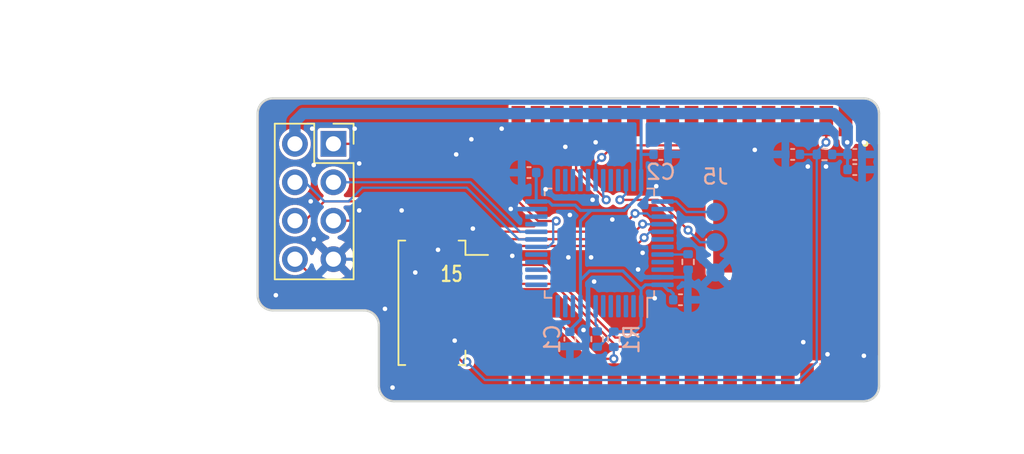
<source format=kicad_pcb>
(kicad_pcb (version 20241229) (generator "pcbnew") (generator_version "9.0")
  (layers (0 "F.Cu" signal) (4 "In1.Cu" signal) (6 "In2.Cu" signal) (2 "B.Cu" signal) (13 "F.Paste" user) (15 "B.Paste" user) (5 "F.SilkS" user "F.Silkscreen") (7 "B.SilkS" user "B.Silkscreen") (1 "F.Mask" user) (3 "B.Mask" user) (25 "Edge.Cuts" user))
  (net 0 "")
  (net 1 "Net-(U3-NRST)")
  (net 2 "Net-(U3-BOOT0)")
  (net 28 "GND")
  (net 29 "3V3")
  (net 30 "ESPEN")
  (net 31 "ESPRST")
  (net 32 "ESPRX")
  (net 35 "ESPTX")
  (net 36 "STMTX")
  (net 37 "STMRX")
  (net 38 "SWDIO")
  (net 39 "SWDCLK")
  (net 51 "P0")
  (net 52 "P1")
  (net 53 "P2")
  (net 54 "P3")
  (net 55 "P4")
  (net 56 "P5")
  (net 57 "P6")
  (net 58 "P7")
  (net 59 "P8")
  (net 60 "P9")
  (net 61 "P10")
  (net 62 "P11")
  (net 63 "P12")
  (net 64 "P13")
  (net 65 "P14")
  (net 66 "P15")
  (footprint "esp32-wrover:XCVR_ESP32-WROVER" (layer "F.Cu") (at -2.2 1 -90)
    (property "Reference" "U1" (hide yes))
    (property "Value" "ESP32-WROVER")
    (fp_circle (center -7 -8.3) (end -6.9 -8.3) (stroke (width 0.2)) (fill no) (layer "F.SilkS"))
    (pad "1" smd rect (at -8.500001 -8.26 270) (size 2 0.9) (layers "F.Cu" "F.Mask" "F.Paste") (net 28 "GND"))
    (pad "2" smd rect (at -8.5 -6.99 270) (size 2 0.9) (layers "F.Cu" "F.Mask" "F.Paste") (net 29 "3V3"))
    (pad "3" smd rect (at -8.5 -5.72 270) (size 2 0.9) (layers "F.Cu" "F.Mask" "F.Paste") (net 30 "ESPEN"))
    (pad "4" smd rect (at -8.5 -4.45 270) (size 2 0.9) (layers "F.Cu" "F.Mask" "F.Paste"))
    (pad "5" smd rect (at -8.5 -3.18 270) (size 2 0.9) (layers "F.Cu" "F.Mask" "F.Paste"))
    (pad "6" smd rect (at -8.500001 -1.91 270) (size 2 0.9) (layers "F.Cu" "F.Mask" "F.Paste"))
    (pad "7" smd rect (at -8.5 -0.64 270) (size 2 0.9) (layers "F.Cu" "F.Mask" "F.Paste") (net 36 "STMTX"))
    (pad "8" smd rect (at -8.5 0.63 270) (size 2 0.9) (layers "F.Cu" "F.Mask" "F.Paste"))
    (pad "9" smd rect (at -8.500001 1.9 270) (size 2 0.9) (layers "F.Cu" "F.Mask" "F.Paste"))
    (pad "10" smd rect (at -8.5 3.17 270) (size 2 0.9) (layers "F.Cu" "F.Mask" "F.Paste"))
    (pad "11" smd rect (at -8.500001 4.44 270) (size 2 0.9) (layers "F.Cu" "F.Mask" "F.Paste"))
    (pad "12" smd rect (at -8.5 5.71 270) (size 2 0.9) (layers "F.Cu" "F.Mask" "F.Paste"))
    (pad "13" smd rect (at -8.5 6.98 270) (size 2 0.9) (layers "F.Cu" "F.Mask" "F.Paste"))
    (pad "14" smd rect (at -8.500001 8.25 270) (size 2 0.9) (layers "F.Cu" "F.Mask" "F.Paste"))
    (pad "15" smd rect (at -8.5 9.52 270) (size 2 0.9) (layers "F.Cu" "F.Mask" "F.Paste") (net 28 "GND"))
    (pad "16" smd rect (at -8.5 10.79 270) (size 2 0.9) (layers "F.Cu" "F.Mask" "F.Paste") (net 37 "STMRX"))
    (pad "17" smd rect (at -8.5 12.06 270) (size 2 0.9) (layers "F.Cu" "F.Mask" "F.Paste"))
    (pad "18" smd rect (at -8.5 13.33 270) (size 2 0.9) (layers "F.Cu" "F.Mask" "F.Paste"))
    (pad "19" smd rect (at -8.500001 14.6 270) (size 2 0.9) (layers "F.Cu" "F.Mask" "F.Paste"))
    (pad "20" smd rect (at 8.5 14.600001 270) (size 2 0.9) (layers "F.Cu" "F.Mask" "F.Paste"))
    (pad "21" smd rect (at 8.499999 13.329999 270) (size 2 0.9) (layers "F.Cu" "F.Mask" "F.Paste"))
    (pad "22" smd rect (at 8.500001 12.059999 270) (size 2 0.9) (layers "F.Cu" "F.Mask" "F.Paste"))
    (pad "23" smd rect (at 8.5 10.79 270) (size 2 0.9) (layers "F.Cu" "F.Mask" "F.Paste"))
    (pad "24" smd rect (at 8.5 9.52 270) (size 2 0.9) (layers "F.Cu" "F.Mask" "F.Paste"))
    (pad "25" smd rect (at 8.500001 8.25 270) (size 2 0.9) (layers "F.Cu" "F.Mask" "F.Paste") (net 31 "ESPRST"))
    (pad "26" smd rect (at 8.5 6.98 270) (size 2 0.9) (layers "F.Cu" "F.Mask" "F.Paste"))
    (pad "27" smd rect (at 8.5 5.71 270) (size 2 0.9) (layers "F.Cu" "F.Mask" "F.Paste"))
    (pad "28" smd rect (at 8.500001 4.44 270) (size 2 0.9) (layers "F.Cu" "F.Mask" "F.Paste"))
    (pad "29" smd rect (at 8.5 3.17 270) (size 2 0.9) (layers "F.Cu" "F.Mask" "F.Paste"))
    (pad "30" smd rect (at 8.500001 1.9 270) (size 2 0.9) (layers "F.Cu" "F.Mask" "F.Paste"))
    (pad "31" smd rect (at 8.5 0.63 270) (size 2 0.9) (layers "F.Cu" "F.Mask" "F.Paste"))
    (pad "32" smd rect (at 8.5 -0.64 270) (size 2 0.9) (layers "F.Cu" "F.Mask" "F.Paste"))
    (pad "33" smd rect (at 8.500001 -1.91 270) (size 2 0.9) (layers "F.Cu" "F.Mask" "F.Paste"))
    (pad "34" smd rect (at 8.5 -3.18 270) (size 2 0.9) (layers "F.Cu" "F.Mask" "F.Paste") (net 32 "ESPRX"))
    (pad "35" smd rect (at 8.5 -4.45 270) (size 2 0.9) (layers "F.Cu" "F.Mask" "F.Paste") (net 35 "ESPTX"))
    (pad "36" smd rect (at 8.5 -5.72 270) (size 2 0.9) (layers "F.Cu" "F.Mask" "F.Paste"))
    (pad "37" smd rect (at 8.5 -6.99 270) (size 2 0.9) (layers "F.Cu" "F.Mask" "F.Paste"))
    (pad "38" smd rect (at 8.500001 -8.26 270) (size 2 0.9) (layers "F.Cu" "F.Mask" "F.Paste") (net 28 "GND"))
    (pad "39" smd rect (at -1 -0.76 270) (size 5 5) (layers "F.Cu" "F.Mask") (net 28 "GND"))
  )
  (footprint "Connector_Molex:Molex_PicoBlade_53261-0571_1x05-1MP_P1.25mm_Horizontal" (layer "F.Cu") (at -22 4.5 -90)
    (property "Reference" "J2" (hide yes))
    (property "Value" "Conn_01x05_Male")
    (fp_line (start -4.11 2.71) (end 4.11 2.71) (stroke (width 0.12)) (layer "F.SilkS"))
    (fp_line (start 4.11 2.71) (end 4.11 2.26) (stroke (width 0.12)) (layer "F.SilkS"))
    (fp_line (start -4.11 2.26) (end -4.11 2.71) (stroke (width 0.12)) (layer "F.SilkS"))
    (fp_line (start -4.11 -1.26) (end -4.11 -1.71) (stroke (width 0.12)) (layer "F.SilkS"))
    (fp_line (start 4.11 -1.26) (end 4.11 -1.71) (stroke (width 0.12)) (layer "F.SilkS"))
    (fp_line (start -4.11 -1.71) (end -3.16 -1.71) (stroke (width 0.12)) (layer "F.SilkS"))
    (fp_line (start -3.16 -1.71) (end -3.16 -3.2) (stroke (width 0.12)) (layer "F.SilkS"))
    (fp_line (start 4.11 -1.71) (end 3.16 -1.71) (stroke (width 0.12)) (layer "F.SilkS"))
    (pad "1" smd roundrect (at -2.5 -2.4 270) (size 0.8 1.6) (layers "F.Cu" "F.Mask" "F.Paste") (net 35 "ESPTX"))
    (pad "2" smd roundrect (at -1.25 -2.4 270) (size 0.8 1.6) (layers "F.Cu" "F.Mask" "F.Paste") (net 32 "ESPRX"))
    (pad "3" smd roundrect (at 0 -2.4 270) (size 0.8 1.6) (layers "F.Cu" "F.Mask" "F.Paste") (net 30 "ESPEN"))
    (pad "4" smd roundrect (at 1.25 -2.4 270) (size 0.8 1.6) (layers "F.Cu" "F.Mask" "F.Paste") (net 31 "ESPRST"))
    (pad "5" smd roundrect (at 2.5 -2.4 270) (size 0.8 1.6) (layers "F.Cu" "F.Mask" "F.Paste") (net 28 "GND"))
    (pad "MP" smd roundrect (at -5.05 0.5 270) (size 2.1 3) (layers "F.Cu" "F.Mask" "F.Paste") (roundrect_rratio 0.1190471429))
    (pad "MP" smd roundrect (at 5.05 0.5 270) (size 2.1 3) (layers "F.Cu" "F.Mask" "F.Paste") (roundrect_rratio 0.1190471429))
  )
  (footprint "Connector_PinSocket_2.54mm:PinSocket_2x04_P2.54mm_Vertical" (layer "F.Cu") (at -29 -6)
    (property "Reference" "J1" (hide yes))
    (property "Value" "Conn_02x04_Odd_Even")
    (fp_line (start -3.87 -1.33) (end -3.87 8.95) (stroke (width 0.12)) (layer "F.SilkS"))
    (fp_line (start -3.87 -1.33) (end -1.27 -1.33) (stroke (width 0.12)) (layer "F.SilkS"))
    (fp_line (start -3.87 8.95) (end 1.33 8.95) (stroke (width 0.12)) (layer "F.SilkS"))
    (fp_line (start -1.27 -1.33) (end -1.27 1.27) (stroke (width 0.12)) (layer "F.SilkS"))
    (fp_line (start -1.27 1.27) (end 1.33 1.27) (stroke (width 0.12)) (layer "F.SilkS"))
    (fp_line (start 0 -1.33) (end 1.33 -1.33) (stroke (width 0.12)) (layer "F.SilkS"))
    (fp_line (start 1.33 -1.33) (end 1.33 0) (stroke (width 0.12)) (layer "F.SilkS"))
    (fp_line (start 1.33 1.27) (end 1.33 8.95) (stroke (width 0.12)) (layer "F.SilkS"))
    (pad "1" thru_hole rect (at 0 0) (size 1.7 1.7) (drill 1) (layers "*.Cu" "*.Mask") (net 51 "P0"))
    (pad "2" thru_hole circle (at -2.54 0) (size 1.7 1.7) (drill 1) (layers "*.Cu" "*.Mask") (net 29 "3V3"))
    (pad "3" thru_hole circle (at 0 2.54) (size 1.7 1.7) (drill 1) (layers "*.Cu" "*.Mask") (net 53 "P2"))
    (pad "4" thru_hole circle (at -2.54 2.54) (size 1.7 1.7) (drill 1) (layers "*.Cu" "*.Mask") (net 52 "P1"))
    (pad "5" thru_hole circle (at 0 5.08) (size 1.7 1.7) (drill 1) (layers "*.Cu" "*.Mask") (net 55 "P4"))
    (pad "6" thru_hole circle (at -2.54 5.08) (size 1.7 1.7) (drill 1) (layers "*.Cu" "*.Mask") (net 54 "P3"))
    (pad "7" thru_hole circle (at 0 7.62) (size 1.7 1.7) (drill 1) (layers "*.Cu" "*.Mask") (net 28 "GND"))
    (pad "8" thru_hole circle (at -2.54 7.62) (size 1.7 1.7) (drill 1) (layers "*.Cu" "*.Mask") (net 56 "P5"))
  )
  (footprint "Capacitor_SMD:C_0402_1005Metric" (layer "B.Cu") (at 5.4 -4.3)
    (property "Reference" "C5" (hide yes))
    (property "Value" "100nF")
    (fp_line (start -0.107836 -0.36) (end 0.107836 -0.36) (stroke (width 0.12)) (layer "B.SilkS"))
    (fp_line (start -0.107836 0.36) (end 0.107836 0.36) (stroke (width 0.12)) (layer "B.SilkS"))
    (pad "1" smd roundrect (at -0.48 0) (size 0.56 0.62) (layers "B.Cu" "B.Mask" "B.Paste") (net 29 "3V3"))
    (pad "2" smd roundrect (at 0.48 0) (size 0.56 0.62) (layers "B.Cu" "B.Mask" "B.Paste") (net 28 "GND"))
  )
  (footprint "Capacitor_SMD:C_0402_1005Metric" (layer "B.Cu") (at -6.1 4.3)
    (property "Reference" "C8" (hide yes))
    (property "Value" "100nF")
    (fp_line (start -0.107836 -0.36) (end 0.107836 -0.36) (stroke (width 0.12)) (layer "B.SilkS"))
    (fp_line (start -0.107836 0.36) (end 0.107836 0.36) (stroke (width 0.12)) (layer "B.SilkS"))
    (pad "1" smd roundrect (at -0.48 0) (size 0.56 0.62) (layers "B.Cu" "B.Mask" "B.Paste") (net 29 "3V3"))
    (pad "2" smd roundrect (at 0.48 0) (size 0.56 0.62) (layers "B.Cu" "B.Mask" "B.Paste") (net 28 "GND"))
  )
  (footprint "Resistor_SMD:R_0402_1005Metric" (layer "B.Cu") (at 3.4 -5.3 180)
    (property "Reference" "R5" (hide yes))
    (property "Value" "10k")
    (fp_line (start -0.153641 0.38) (end 0.153641 0.38) (stroke (width 0.12)) (layer "B.SilkS"))
    (fp_line (start -0.153641 -0.38) (end 0.153641 -0.38) (stroke (width 0.12)) (layer "B.SilkS"))
    (pad "1" smd roundrect (at -0.51 0 180) (size 0.54 0.64) (layers "B.Cu" "B.Mask" "B.Paste") (net 29 "3V3"))
    (pad "2" smd roundrect (at 0.51 0 180) (size 0.54 0.64) (layers "B.Cu" "B.Mask" "B.Paste") (net 30 "ESPEN"))
  )
  (footprint "Resistor_SMD:R_0402_1005Metric" (layer "B.Cu") (at -11.6 6.9 -90)
    (property "Reference" "R6" (hide yes))
    (property "Value" "10k")
    (fp_line (start -0.153641 0.38) (end 0.153641 0.38) (stroke (width 0.12)) (layer "B.SilkS"))
    (fp_line (start -0.153641 -0.38) (end 0.153641 -0.38) (stroke (width 0.12)) (layer "B.SilkS"))
    (pad "1" smd roundrect (at -0.509999 0 270) (size 0.54 0.64) (layers "B.Cu" "B.Mask" "B.Paste") (net 1 "Net-(U3-NRST)"))
    (pad "2" smd roundrect (at 0.509999 0 270) (size 0.54 0.64) (layers "B.Cu" "B.Mask" "B.Paste") (net 29 "3V3"))
  )
  (footprint "Capacitor_SMD:C_0402_1005Metric" (layer "B.Cu") (at 5.4 -5.3)
    (property "Reference" "C9" (hide yes))
    (property "Value" "1uF")
    (fp_line (start -0.107836 -0.36) (end 0.107836 -0.36) (stroke (width 0.12)) (layer "B.SilkS"))
    (fp_line (start -0.107836 0.36) (end 0.107836 0.36) (stroke (width 0.12)) (layer "B.SilkS"))
    (pad "1" smd roundrect (at -0.48 0) (size 0.56 0.62) (layers "B.Cu" "B.Mask" "B.Paste") (net 29 "3V3"))
    (pad "2" smd roundrect (at 0.48 0) (size 0.56 0.62) (layers "B.Cu" "B.Mask" "B.Paste") (net 28 "GND"))
  )
  (footprint "Capacitor_SMD:C_0402_1005Metric" (layer "B.Cu") (at -16.1 -4.1 180)
    (property "Reference" "C10" (hide yes))
    (property "Value" "1uF")
    (fp_line (start -0.107836 0.36) (end 0.107836 0.36) (stroke (width 0.12)) (layer "B.SilkS"))
    (fp_line (start -0.107836 -0.36) (end 0.107836 -0.36) (stroke (width 0.12)) (layer "B.SilkS"))
    (pad "1" smd roundrect (at -0.48 0 180) (size 0.56 0.62) (layers "B.Cu" "B.Mask" "B.Paste") (net 29 "3V3"))
    (pad "2" smd roundrect (at 0.48 0 180) (size 0.56 0.62) (layers "B.Cu" "B.Mask" "B.Paste") (net 28 "GND"))
  )
  (footprint "Capacitor_SMD:C_0402_1005Metric" (layer "B.Cu") (at 1.3 -5.3 180)
    (property "Reference" "C7" (hide yes))
    (property "Value" "1uF")
    (fp_line (start -0.107836 0.36) (end 0.107836 0.36) (stroke (width 0.12)) (layer "B.SilkS"))
    (fp_line (start -0.107836 -0.36) (end 0.107836 -0.36) (stroke (width 0.12)) (layer "B.SilkS"))
    (pad "1" smd roundrect (at -0.48 0 180) (size 0.56 0.62) (layers "B.Cu" "B.Mask" "B.Paste") (net 30 "ESPEN"))
    (pad "2" smd roundrect (at 0.48 0 180) (size 0.56 0.62) (layers "B.Cu" "B.Mask" "B.Paste") (net 28 "GND"))
  )
  (footprint "Resistor_SMD:R_0402_1005Metric" (layer "B.Cu") (at -5.6 1.8 -90)
    (property "Reference" "R7" (hide yes))
    (property "Value" "10k")
    (fp_line (start -0.153641 0.38) (end 0.153641 0.38) (stroke (width 0.12)) (layer "B.SilkS"))
    (fp_line (start -0.153641 -0.38) (end 0.153641 -0.38) (stroke (width 0.12)) (layer "B.SilkS"))
    (pad "1" smd roundrect (at -0.509999 0 270) (size 0.54 0.64) (layers "B.Cu" "B.Mask" "B.Paste") (net 2 "Net-(U3-BOOT0)"))
    (pad "2" smd roundrect (at 0.509999 0 270) (size 0.54 0.64) (layers "B.Cu" "B.Mask" "B.Paste") (net 28 "GND"))
  )
  (footprint "Connector_PinHeader_2.54mm:PinHeader_1x03_P2.54mm_Vertical" (layer "B.Cu") (at -3.8 -1.5 180)
    (property "Reference" "J5" (at 0 2.33 0) (layer "B.SilkS") (effects (justify mirror)))
    (property "Value" "Conn_01x03_Male")
    (pad "1" smd circle (at 0 0 180) (size 1.2 1.2) (layers "B.Cu" "B.Mask" "B.Paste") (net 39 "SWDCLK"))
    (pad "2" smd circle (at 0 -2.000001 180) (size 1.2 1.2) (layers "B.Cu" "B.Mask" "B.Paste") (net 38 "SWDIO"))
    (pad "3" smd circle (at 0 -4 180) (size 1.2 1.2) (layers "B.Cu" "B.Mask" "B.Paste") (net 28 "GND"))
  )
  (footprint "Package_QFP:LQFP-48_7x7mm_P0.5mm" (layer "B.Cu") (at -11.45 0.5625 90)
    (property "Reference" "U3" (hide yes))
    (property "Value" "STM32F030C8Tx")
    (fp_line (start 3.61 -3.61) (end 3.61 -3.16) (stroke (width 0.12)) (layer "B.SilkS"))
    (fp_line (start 3.16 -3.61) (end 3.61 -3.61) (stroke (width 0.12)) (layer "B.SilkS"))
    (fp_line (start -3.16 -3.61) (end -3.61 -3.61) (stroke (width 0.12)) (layer "B.SilkS"))
    (fp_line (start -3.61 -3.61) (end -3.61 -3.16) (stroke (width 0.12)) (layer "B.SilkS"))
    (fp_line (start -3.61 3.16) (end -4.9 3.16) (stroke (width 0.12)) (layer "B.SilkS"))
    (fp_line (start 3.61 3.61) (end 3.61 3.16) (stroke (width 0.12)) (layer "B.SilkS"))
    (fp_line (start 3.16 3.61) (end 3.61 3.61) (stroke (width 0.12)) (layer "B.SilkS"))
    (fp_line (start -3.16 3.61) (end -3.61 3.61) (stroke (width 0.12)) (layer "B.SilkS"))
    (fp_line (start -3.61 3.61) (end -3.61 3.16) (stroke (width 0.12)) (layer "B.SilkS"))
    (pad "1" smd roundrect (at -4.1625 2.75 90) (size 1.475 0.3) (layers "B.Cu" "B.Mask" "B.Paste") (net 29 "3V3"))
    (pad "2" smd roundrect (at -4.1625 2.25 90) (size 1.475 0.3) (layers "B.Cu" "B.Mask" "B.Paste"))
    (pad "3" smd roundrect (at -4.1625 1.75 90) (size 1.475 0.3) (layers "B.Cu" "B.Mask" "B.Paste"))
    (pad "4" smd roundrect (at -4.1625 1.249999 90) (size 1.475 0.3) (layers "B.Cu" "B.Mask" "B.Paste"))
    (pad "5" smd roundrect (at -4.1625 0.75 90) (size 1.475 0.3) (layers "B.Cu" "B.Mask" "B.Paste"))
    (pad "6" smd roundrect (at -4.1625 0.25 90) (size 1.475 0.3) (layers "B.Cu" "B.Mask" "B.Paste"))
    (pad "7" smd roundrect (at -4.1625 -0.25 90) (size 1.475 0.3) (layers "B.Cu" "B.Mask" "B.Paste") (net 1 "Net-(U3-NRST)"))
    (pad "8" smd roundrect (at -4.1625 -0.75 90) (size 1.475 0.3) (layers "B.Cu" "B.Mask" "B.Paste") (net 28 "GND"))
    (pad "9" smd roundrect (at -4.1625 -1.249999 90) (size 1.475 0.3) (layers "B.Cu" "B.Mask" "B.Paste") (net 29 "3V3"))
    (pad "10" smd roundrect (at -4.1625 -1.75 90) (size 1.475 0.3) (layers "B.Cu" "B.Mask" "B.Paste"))
    (pad "11" smd roundrect (at -4.1625 -2.25 90) (size 1.475 0.3) (layers "B.Cu" "B.Mask" "B.Paste"))
    (pad "12" smd roundrect (at -4.1625 -2.75 90) (size 1.475 0.3) (layers "B.Cu" "B.Mask" "B.Paste"))
    (pad "13" smd roundrect (at -2.75 -4.1625 90) (size 0.3 1.475) (layers "B.Cu" "B.Mask" "B.Paste"))
    (pad "14" smd roundrect (at -2.25 -4.1625 90) (size 0.3 1.475) (layers "B.Cu" "B.Mask" "B.Paste"))
    (pad "15" smd roundrect (at -1.75 -4.1625 90) (size 0.3 1.475) (layers "B.Cu" "B.Mask" "B.Paste"))
    (pad "16" smd roundrect (at -1.249999 -4.1625 90) (size 0.3 1.475) (layers "B.Cu" "B.Mask" "B.Paste"))
    (pad "17" smd roundrect (at -0.75 -4.1625 90) (size 0.3 1.475) (layers "B.Cu" "B.Mask" "B.Paste"))
    (pad "18" smd roundrect (at -0.25 -4.1625 90) (size 0.3 1.475) (layers "B.Cu" "B.Mask" "B.Paste") (net 51 "P0"))
    (pad "19" smd roundrect (at 0.25 -4.1625 90) (size 0.3 1.475) (layers "B.Cu" "B.Mask" "B.Paste") (net 52 "P1"))
    (pad "20" smd roundrect (at 0.75 -4.1625 90) (size 0.3 1.475) (layers "B.Cu" "B.Mask" "B.Paste") (net 53 "P2"))
    (pad "21" smd roundrect (at 1.249999 -4.1625 90) (size 0.3 1.475) (layers "B.Cu" "B.Mask" "B.Paste") (net 61 "P10"))
    (pad "22" smd roundrect (at 1.75 -4.1625 90) (size 0.3 1.475) (layers "B.Cu" "B.Mask" "B.Paste") (net 62 "P11"))
    (pad "23" smd roundrect (at 2.25 -4.1625 90) (size 0.3 1.475) (layers "B.Cu" "B.Mask" "B.Paste") (net 28 "GND"))
    (pad "24" smd roundrect (at 2.75 -4.1625 90) (size 0.3 1.475) (layers "B.Cu" "B.Mask" "B.Paste") (net 29 "3V3"))
    (pad "25" smd roundrect (at 4.1625 -2.75 90) (size 1.475 0.3) (layers "B.Cu" "B.Mask" "B.Paste") (net 63 "P12"))
    (pad "26" smd roundrect (at 4.1625 -2.25 90) (size 1.475 0.3) (layers "B.Cu" "B.Mask" "B.Paste") (net 64 "P13"))
    (pad "27" smd roundrect (at 4.1625 -1.75 90) (size 1.475 0.3) (layers "B.Cu" "B.Mask" "B.Paste") (net 65 "P14"))
    (pad "28" smd roundrect (at 4.1625 -1.249999 90) (size 1.475 0.3) (layers "B.Cu" "B.Mask" "B.Paste") (net 66 "P15"))
    (pad "29" smd roundrect (at 4.1625 -0.75 90) (size 1.475 0.3) (layers "B.Cu" "B.Mask" "B.Paste"))
    (pad "30" smd roundrect (at 4.1625 -0.25 90) (size 1.475 0.3) (layers "B.Cu" "B.Mask" "B.Paste") (net 36 "STMTX"))
    (pad "31" smd roundrect (at 4.1625 0.25 90) (size 1.475 0.3) (layers "B.Cu" "B.Mask" "B.Paste") (net 37 "STMRX"))
    (pad "32" smd roundrect (at 4.1625 0.75 90) (size 1.475 0.3) (layers "B.Cu" "B.Mask" "B.Paste"))
    (pad "33" smd roundrect (at 4.1625 1.249999 90) (size 1.475 0.3) (layers "B.Cu" "B.Mask" "B.Paste"))
    (pad "34" smd roundrect (at 4.1625 1.75 90) (size 1.475 0.3) (layers "B.Cu" "B.Mask" "B.Paste") (net 38 "SWDIO"))
    (pad "35" smd roundrect (at 4.1625 2.25 90) (size 1.475 0.3) (layers "B.Cu" "B.Mask" "B.Paste") (net 28 "GND"))
    (pad "36" smd roundrect (at 4.1625 2.75 90) (size 1.475 0.3) (layers "B.Cu" "B.Mask" "B.Paste") (net 29 "3V3"))
    (pad "37" smd roundrect (at 2.75 4.1625 90) (size 0.3 1.475) (layers "B.Cu" "B.Mask" "B.Paste") (net 39 "SWDCLK"))
    (pad "38" smd roundrect (at 2.25 4.1625 90) (size 0.3 1.475) (layers "B.Cu" "B.Mask" "B.Paste"))
    (pad "39" smd roundrect (at 1.75 4.1625 90) (size 0.3 1.475) (layers "B.Cu" "B.Mask" "B.Paste") (net 54 "P3"))
    (pad "40" smd roundrect (at 1.249999 4.1625 90) (size 0.3 1.475) (layers "B.Cu" "B.Mask" "B.Paste") (net 55 "P4"))
    (pad "41" smd roundrect (at 0.75 4.1625 90) (size 0.3 1.475) (layers "B.Cu" "B.Mask" "B.Paste") (net 56 "P5"))
    (pad "42" smd roundrect (at 0.25 4.1625 90) (size 0.3 1.475) (layers "B.Cu" "B.Mask" "B.Paste") (net 57 "P6"))
    (pad "43" smd roundrect (at -0.25 4.1625 90) (size 0.3 1.475) (layers "B.Cu" "B.Mask" "B.Paste") (net 58 "P7"))
    (pad "44" smd roundrect (at -0.75 4.1625 90) (size 0.3 1.475) (layers "B.Cu" "B.Mask" "B.Paste") (net 2 "Net-(U3-BOOT0)"))
    (pad "45" smd roundrect (at -1.249999 4.1625 90) (size 0.3 1.475) (layers "B.Cu" "B.Mask" "B.Paste") (net 59 "P8"))
    (pad "46" smd roundrect (at -1.75 4.1625 90) (size 0.3 1.475) (layers "B.Cu" "B.Mask" "B.Paste") (net 60 "P9"))
    (pad "47" smd roundrect (at -2.25 4.1625 90) (size 0.3 1.475) (layers "B.Cu" "B.Mask" "B.Paste") (net 28 "GND"))
    (pad "48" smd roundrect (at -2.75 4.1625 90) (size 0.3 1.475) (layers "B.Cu" "B.Mask" "B.Paste") (net 29 "3V3"))
  )
  (footprint "Resistor_SMD:R_0402_1005Metric" (layer "B.Cu") (at -10.5 6.909999 90)
    (property "Reference" "R1" (at 0 1.17 90) (layer "B.SilkS") (effects (justify mirror)))
    (property "Value" "10k")
    (fp_line (start -0.153641 -0.38) (end 0.153641 -0.38) (stroke (width 0.12)) (layer "B.SilkS"))
    (fp_line (start -0.153641 0.38) (end 0.153641 0.38) (stroke (width 0.12)) (layer "B.SilkS"))
    (pad "1" smd roundrect (at -0.509999 0 90) (size 0.54 0.64) (layers "B.Cu" "B.Mask" "B.Paste") (net 31 "ESPRST"))
    (pad "2" smd roundrect (at 0.509999 0 90) (size 0.54 0.64) (layers "B.Cu" "B.Mask" "B.Paste") (net 29 "3V3"))
  )
  (footprint "Capacitor_SMD:C_0402_1005Metric" (layer "B.Cu") (at -13.4 6.9 -90)
    (property "Reference" "C1" (at 0 1.16 90) (layer "B.SilkS") (effects (justify mirror)))
    (property "Value" "1uF")
    (fp_line (start -0.107836 0.36) (end 0.107836 0.36) (stroke (width 0.12)) (layer "B.SilkS"))
    (fp_line (start -0.107836 -0.36) (end 0.107836 -0.36) (stroke (width 0.12)) (layer "B.SilkS"))
    (pad "1" smd roundrect (at -0.48 0 270) (size 0.56 0.62) (layers "B.Cu" "B.Mask" "B.Paste") (net 29 "3V3"))
    (pad "2" smd roundrect (at 0.48 0 270) (size 0.56 0.62) (layers "B.Cu" "B.Mask" "B.Paste") (net 28 "GND"))
  )
  (footprint "Capacitor_SMD:C_0402_1005Metric" (layer "B.Cu") (at -7.4 -5.3)
    (property "Reference" "C2" (at 0 1.16 180) (layer "B.SilkS") (effects (justify mirror)))
    (property "Value" "1uF")
    (fp_line (start -0.107836 -0.36) (end 0.107836 -0.36) (stroke (width 0.12)) (layer "B.SilkS"))
    (fp_line (start -0.107836 0.36) (end 0.107836 0.36) (stroke (width 0.12)) (layer "B.SilkS"))
    (pad "1" smd roundrect (at -0.48 0) (size 0.56 0.62) (layers "B.Cu" "B.Mask" "B.Paste") (net 29 "3V3"))
    (pad "2" smd roundrect (at 0.48 0) (size 0.56 0.62) (layers "B.Cu" "B.Mask" "B.Paste") (net 28 "GND"))
  )
  (gr_line (start 6 11) (end -25 11) (stroke (width 0.15)) (layer "Edge.Cuts"))
  (gr_arc (start 6 -9) (mid 6.707107 -8.707107) (end 7 -8) (stroke (width 0.15)) (layer "Edge.Cuts"))
  (gr_line (start 7 -8) (end 7 10) (stroke (width 0.15)) (layer "Edge.Cuts"))
  (gr_arc (start -34 -8) (mid -33.707107 -8.707107) (end -33 -9) (stroke (width 0.15)) (layer "Edge.Cuts"))
  (gr_arc (start -33 5) (mid -33.707107 4.707107) (end -34 4) (stroke (width 0.15)) (layer "Edge.Cuts"))
  (gr_line (start -34 4) (end -34 -8.000001) (stroke (width 0.15)) (layer "Edge.Cuts"))
  (gr_line (start -27 5) (end -33 5) (stroke (width 0.15)) (layer "Edge.Cuts"))
  (gr_arc (start -27 5) (mid -26.292893 5.292893) (end -26 6) (stroke (width 0.15)) (layer "Edge.Cuts"))
  (gr_arc (start 7 10) (mid 6.707107 10.707107) (end 6 11) (stroke (width 0.15)) (layer "Edge.Cuts"))
  (gr_line (start -33 -9) (end 6 -9) (stroke (width 0.15)) (layer "Edge.Cuts"))
  (gr_arc (start -25 11) (mid -25.707107 10.707107) (end -26 10) (stroke (width 0.15)) (layer "Edge.Cuts"))
  (gr_line (start -26.000001 6) (end -26.000001 10.000001) (stroke (width 0.15)) (layer "Edge.Cuts"))
  (gr_text "15" (at -21.2 2.6 0) (layer "F.SilkS") (effects (font (size 1 0.75))))
  (segment (start -11.6 6) (end -11.7 5.9) (width 0.15) (layer "B.Cu") (net 1))
  (segment (start -11.6 6.390001) (end -11.6 6) (width 0.15) (layer "B.Cu") (net 1))
  (segment (start -11.7 5.9) (end -11.7 4.725) (width 0.15) (layer "B.Cu") (net 1))
  (segment (start -7.2875 1.3125) (end -5.622499 1.3125) (width 0.15) (layer "B.Cu") (net 2))
  (segment (start -5.622499 1.3125) (end -5.6 1.290001) (width 0.15) (layer "B.Cu") (net 2))
  (segment (start -28.98 1.62) (end -27.7 2.9) (width 0.2) (layer "F.Cu") (net 28))
  (segment (start -27.7 2.9) (end -26.3 2.9) (width 0.2) (layer "F.Cu") (net 28))
  (segment (start 6.06 -7.500001) (end 6.06 -6.16) (width 0.2) (layer "F.Cu") (net 28))
  (segment (start -26.1 2.7) (end -23.8 2.7) (width 0.2) (layer "F.Cu") (net 28))
  (segment (start -23.8 2.7) (end -23.6 2.5) (width 0.2) (layer "F.Cu") (net 28))
  (segment (start -11.7 -7.48) (end -11.72 -7.5) (width 0.2) (layer "F.Cu") (net 28))
  (segment (start -11.7 -6.1) (end -11.7 -7.48) (width 0.2) (layer "F.Cu") (net 28))
  (segment (start 6.06 8.06) (end 6 8) (width 0.25) (layer "F.Cu") (net 28))
  (segment (start 6.06 9.500001) (end 6.06 8.06) (width 0.25) (layer "F.Cu") (net 28))
  (segment (start -19.6 7) (end -21 7) (width 0.2) (layer "F.Cu") (net 28))
  (segment (start -29 1.62) (end -28.98 1.62) (width 0.2) (layer "F.Cu") (net 28))
  (segment (start 6.06 -6.16) (end 6 -6.1) (width 0.2) (layer "F.Cu") (net 28))
  (segment (start -26.3 2.9) (end -26.1 2.7) (width 0.2) (layer "F.Cu") (net 28))
  (via (at 2 7.1) (size 0.6) (drill 0.3) (layers "F.Cu" "B.Cu") (net 28))
  (via (at 6 -6.1) (size 0.6) (drill 0.3) (layers "F.Cu" "B.Cu") (net 28))
  (via (at -1.2 -5.6) (size 0.6) (drill 0.3) (layers "F.Cu" "B.Cu") (net 28))
  (via (at -22.1 1) (size 0.6) (drill 0.3) (layers "F.Cu" "B.Cu") (net 28))
  (via (at 3.5 -4.5) (size 0.6) (drill 0.3) (layers "F.Cu" "B.Cu") (net 28))
  (via (at 2.3 -4.5) (size 0.6) (drill 0.3) (layers "F.Cu" "B.Cu") (net 28))
  (via (at -7.7 -3.2) (size 0.6) (drill 0.3) (layers "F.Cu" "B.Cu") (net 28))
  (via (at -19.8 -0.4) (size 0.6) (drill 0.3) (layers "F.Cu" "B.Cu") (net 28))
  (via (at -27.3 -1.6) (size 0.6) (drill 0.3) (layers "F.Cu" "B.Cu") (net 28))
  (via (at -17.3 -1.7) (size 0.6) (drill 0.3) (layers "F.Cu" "B.Cu") (net 28))
  (via (at -13.4 -1.3) (size 0.6) (drill 0.3) (layers "F.Cu" "B.Cu") (net 28))
  (via (at -11.8 3.1) (size 0.6) (drill 0.3) (layers "F.Cu" "B.Cu") (net 28))
  (via (at -11.9 -2.3) (size 0.6) (drill 0.3) (layers "F.Cu" "B.Cu") (net 28))
  (via (at -17.9 -7) (size 0.6) (drill 0.3) (layers "F.Cu" "B.Cu") (net 28))
  (via (at -25.6 4.9) (size 0.6) (drill 0.3) (layers "F.Cu" "B.Cu") (net 28))
  (via (at -30.4 -7) (size 0.6) (drill 0.3) (layers "F.Cu" "B.Cu") (net 28))
  (via (at 6 8) (size 0.6) (drill 0.3) (layers "F.Cu" "B.Cu") (net 28))
  (via (at -10.6 -1) (size 0.6) (drill 0.3) (layers "F.Cu" "B.Cu") (net 28))
  (via (at -15 -3) (size 0.6) (drill 0.3) (layers "F.Cu" "B.Cu") (net 28))
  (via (at -30.3 -4.6) (size 0.6) (drill 0.3) (layers "F.Cu" "B.Cu") (net 28))
  (via (at -27.6 -7) (size 0.6) (drill 0.3) (layers "F.Cu" "B.Cu") (net 28))
  (via (at -20.9 -5.3) (size 0.6) (drill 0.3) (layers "F.Cu" "B.Cu") (net 28))
  (via (at -32.8 4) (size 0.6) (drill 0.3) (layers "F.Cu" "B.Cu") (net 28))
  (via (at -11.7 -6.1) (size 0.6) (drill 0.3) (layers "F.Cu" "B.Cu") (net 28))
  (via (at -24.5 -1.6) (size 0.6) (drill 0.3) (layers "F.Cu" "B.Cu") (net 28))
  (via (at 3.6 7.9) (size 0.6) (drill 0.3) (layers "F.Cu" "B.Cu") (net 28))
  (via (at -27.3 -4.7) (size 0.6) (drill 0.3) (layers "F.Cu" "B.Cu") (net 28))
  (via (at -21 7) (size 0.6) (drill 0.3) (layers "F.Cu" "B.Cu") (net 28))
  (via (at -25.1 10.1) (size 0.6) (drill 0.3) (layers "F.Cu" "B.Cu") (net 28))
  (via (at -7.8 4.2) (size 0.6) (drill 0.3) (layers "F.Cu" "B.Cu") (net 28))
  (via (at -12 1.5) (size 0.6) (drill 0.3) (layers "F.Cu" "B.Cu") (net 28))
  (via (at -13.5 1.5) (size 0.6) (drill 0.3) (layers "F.Cu" "B.Cu") (net 28))
  (via (at -17.2 1.4) (size 0.6) (drill 0.3) (layers "F.Cu" "B.Cu") (net 28))
  (via (at -8.9 2.3) (size 0.6) (drill 0.3) (layers "F.Cu" "B.Cu") (net 28))
  (via (at -23.6 2.5) (size 0.6) (drill 0.3) (layers "F.Cu" "B.Cu") (net 28))
  (via (at -30.5 -2.2) (size 0.6) (drill 0.3) (layers "F.Cu" "B.Cu") (net 28))
  (via (at -30.3 0.3) (size 0.6) (drill 0.3) (layers "F.Cu" "B.Cu") (net 28))
  (via (at -12.5 6.3) (size 0.6) (drill 0.3) (layers "F.Cu" "B.Cu") (net 28))
  (via (at -8.6 1.2) (size 0.6) (drill 0.3) (layers "F.Cu" "B.Cu") (net 28))
  (via (at -19.9 -6.3) (size 0.6) (drill 0.3) (layers "F.Cu" "B.Cu") (net 28))
  (via (at -13.7 -5.8) (size 0.6) (drill 0.3) (layers "F.Cu" "B.Cu") (net 28))
  (segment (start -9.2 -4.7) (end -9.7 -5.2) (width 0.2) (layer "B.Cu") (net 28))
  (segment (start -9.2 -3.6) (end -9.2 -4.7) (width 0.2) (layer "B.Cu") (net 28))
  (segment (start -12.2 3.5) (end -11.8 3.1) (width 0.2) (layer "B.Cu") (net 28))
  (segment (start -27.78 1.62) (end -29 1.62) (width 0.2) (layer "B.Cu") (net 28))
  (segment (start -10.6 -6.1) (end -11.7 -6.1) (width 0.2) (layer "B.Cu") (net 28))
  (segment (start -7.2875 2.8125) (end -8.3875 2.8125) (width 0.2) (layer "B.Cu") (net 28))
  (segment (start -8.3875 2.8125) (end -8.9 2.3) (width 0.2) (layer "B.Cu") (net 28))
  (segment (start -22.4 7) (end -27.78 1.62) (width 0.2) (layer "B.Cu") (net 28))
  (segment (start -12.2 4.725) (end -12.2 3.5) (width 0.2) (layer "B.Cu") (net 28))
  (segment (start -21 7) (end -22.4 7) (width 0.2) (layer "B.Cu") (net 28))
  (segment (start -12.2 6) (end -12.5 6.3) (width 0.2) (layer "B.Cu") (net 28))
  (segment (start 5.88 -4.3) (end 5.88 -5.3) (width 0.2) (layer "B.Cu") (net 28))
  (segment (start -4.9 3.5) (end -4.7 3.5) (width 0.2) (layer "B.Cu") (net 28))
  (segment (start -5.6 2.309999) (end -5.6 2.8) (width 0.2) (layer "B.Cu") (net 28))
  (segment (start -5.6125 2.8125) (end -5.6 2.8) (width 0.2) (layer "B.Cu") (net 28))
  (segment (start -15.6125 -1.6875) (end -15.625 -1.7) (width 0.2) (layer "B.Cu") (net 28))
  (segment (start 5.88 -5.98) (end 6 -6.1) (width 0.2) (layer "B.Cu") (net 28))
  (segment (start 5.88 -5.3) (end 5.88 -5.98) (width 0.2) (layer "B.Cu") (net 28))
  (segment (start -4.7 3.5) (end -4.7 3.4) (width 0.2) (layer "B.Cu") (net 28))
  (segment (start -5.6 2.8) (end -4.9 3.5) (width 0.2) (layer "B.Cu") (net 28))
  (segment (start -7.2875 2.8125) (end -5.6125 2.8125) (width 0.2) (layer "B.Cu") (net 28))
  (segment (start -15.625 -1.7) (end -17.3 -1.7) (width 0.2) (layer "B.Cu") (net 28))
  (segment (start -4.7 3.4) (end -3.8 2.5) (width 0.2) (layer "B.Cu") (net 28))
  (segment (start -9.7 -5.2) (end -10.6 -6.1) (width 0.2) (layer "B.Cu") (net 28))
  (segment (start -12.2 4.725) (end -12.2 6) (width 0.2) (layer "B.Cu") (net 28))
  (segment (start 4.79 -7.5) (end 4.79 -6.21) (width 0.4) (layer "F.Cu") (net 29))
  (segment (start 4.79 -6.21) (end 4.9 -6.1) (width 0.4) (layer "F.Cu") (net 29))
  (via (at 4.9 -6.1) (size 0.6) (drill 0.3) (layers "F.Cu" "B.Cu") (net 29))
  (segment (start -12.699999 5.599999) (end -13.4 6.3) (width 0.2) (layer "B.Cu") (net 29))
  (segment (start -12.699999 -0.900003) (end -12.000002 -1.6) (width 0.2) (layer "B.Cu") (net 29))
  (segment (start -7.2875 3.3125) (end -6.9 3.7) (width 0.2) (layer "B.Cu") (net 29))
  (segment (start -11.6 7.409999) (end -11.509999 7.409999) (width 0.2) (layer "B.Cu") (net 29))
  (segment (start -9.1 6.4) (end -8.7 6) (width 0.2) (layer "B.Cu") (net 29))
  (segment (start -12.699999 3.1) (end -12.699999 -0.900003) (width 0.2) (layer "B.Cu") (net 29))
  (segment (start -15.62 -4.1) (end -15.62 -2.195) (width 0.2) (layer "B.Cu") (net 29))
  (segment (start 4 -8) (end 4.9 -7.1) (width 0.75) (layer "B.Cu") (net 29))
  (segment (start -8.7 -2.7) (end -9.8 -1.6) (width 0.2) (layer "B.Cu") (net 29))
  (segment (start -31 -8) (end -8.9 -8) (width 0.75) (layer "B.Cu") (net 29))
  (segment (start -15.62 -2.195) (end -15.6125 -2.1875) (width 0.2) (layer "B.Cu") (net 29))
  (segment (start -7.88 -5.3) (end -8.7 -5.3) (width 0.2) (layer "B.Cu") (net 29))
  (segment (start -12.699999 4.725) (end -12.699999 5.599999) (width 0.2) (layer "B.Cu") (net 29))
  (segment (start -8.7 -7.8) (end -8.9 -8) (width 0.2) (layer "B.Cu") (net 29))
  (segment (start -8.7 3.6) (end -9.9 2.4) (width 0.2) (layer "B.Cu") (net 29))
  (segment (start -8.7 6) (end -8.7 4.725) (width 0.2) (layer "B.Cu") (net 29))
  (segment (start -11.509999 7.409999) (end -10.5 6.4) (width 0.2) (layer "B.Cu") (net 29))
  (segment (start 4.92 -4.3) (end 4.92 -5.3) (width 0.2) (layer "B.Cu") (net 29))
  (segment (start -8.7 3.6) (end -8.4125 3.3125) (width 0.2) (layer "B.Cu") (net 29))
  (segment (start -14.8 -2.1875) (end -15.6125 -2.1875) (width 0.2) (layer "B.Cu") (net 29))
  (segment (start -12.1 2.4) (end -12.699999 2.999999) (width 0.2) (layer "B.Cu") (net 29))
  (segment (start -13.049999 -1.949999) (end -14.562499 -1.949999) (width 0.2) (layer "B.Cu") (net 29))
  (segment (start -12.7 -1.6) (end -13.049999 -1.949999) (width 0.2) (layer "B.Cu") (net 29))
  (segment (start -14.562499 -1.949999) (end -14.8 -2.1875) (width 0.2) (layer "B.Cu") (net 29))
  (segment (start -8.4125 3.3125) (end -7.2875 3.3125) (width 0.2) (layer "B.Cu") (net 29))
  (segment (start -8.7 4.725) (end -8.7 3.6) (width 0.2) (layer "B.Cu") (net 29))
  (segment (start -9.8 -1.6) (end -12.000002 -1.6) (width 0.2) (layer "B.Cu") (net 29))
  (segment (start -8.7 -3.6) (end -8.7 -2.7) (width 0.2) (layer "B.Cu") (net 29))
  (segment (start -13.4 6.3) (end -13.4 6.42) (width 0.2) (layer "B.Cu") (net 29))
  (segment (start -12.699999 4.725) (end -12.699999 3.1) (width 0.2) (layer "B.Cu") (net 29))
  (segment (start 4.92 -6.08) (end 4.92 -5.3) (width 0.4) (layer "B.Cu") (net 29))
  (segment (start -12.000002 -1.6) (end -12.7 -1.6) (width 0.2) (layer "B.Cu") (net 29))
  (segment (start -8.9 -8) (end 4 -8) (width 0.75) (layer "B.Cu") (net 29))
  (segment (start 4.9 -6.1) (end 4.92 -6.08) (width 0.2) (layer "B.Cu") (net 29))
  (segment (start -10.5 6.4) (end -9.1 6.4) (width 0.2) (layer "B.Cu") (net 29))
  (segment (start -31.54 -6) (end -31.54 -7.46) (width 0.75) (layer "B.Cu") (net 29))
  (segment (start -8.7 -3.6) (end -8.7 -5.3) (width 0.2) (layer "B.Cu") (net 29))
  (segment (start -9.9 2.4) (end -12.1 2.4) (width 0.2) (layer "B.Cu") (net 29))
  (segment (start 4.9 -7.1) (end 4.9 -6.1) (width 0.75) (layer "B.Cu") (net 29))
  (segment (start 3.91 -5.3) (end 4.92 -5.3) (width 0.2) (layer "B.Cu") (net 29))
  (segment (start -31.54 -7.46) (end -31 -8) (width 0.75) (layer "B.Cu") (net 29))
  (segment (start -6.78 3.7) (end -6.58 3.9) (width 0.2) (layer "B.Cu") (net 29))
  (segment (start -6.58 3.9) (end -6.58 4.3) (width 0.2) (layer "B.Cu") (net 29))
  (segment (start -6.9 3.7) (end -6.78 3.7) (width 0.2) (layer "B.Cu") (net 29))
  (segment (start -12.699999 2.999999) (end -12.699999 3.1) (width 0.2) (layer "B.Cu") (net 29))
  (segment (start -8.7 -5.3) (end -8.7 -7.8) (width 0.2) (layer "B.Cu") (net 29))
  (segment (start 3.5 -6.1) (end 3.5 -6.4) (width 0.15) (layer "F.Cu") (net 30))
  (segment (start 3.52 -6.42) (end 3.52 -7.5) (width 0.15) (layer "F.Cu") (net 30))
  (segment (start 3.5 -6.4) (end 3.52 -6.42) (width 0.15) (layer "F.Cu") (net 30))
  (segment (start -20.5 8.4) (end -22.2 6.7) (width 0.15) (layer "F.Cu") (net 30))
  (segment (start -20.2 8.4) (end -20.5 8.4) (width 0.15) (layer "F.Cu") (net 30))
  (segment (start -21.4 4.5) (end -19.6 4.5) (width 0.15) (layer "F.Cu") (net 30))
  (segment (start -22.2 5.3) (end -21.4 4.5) (width 0.15) (layer "F.Cu") (net 30))
  (segment (start -22.2 6.7) (end -22.2 5.3) (width 0.15) (layer "F.Cu") (net 30))
  (via (at -20.2 8.4) (size 0.6) (drill 0.3) (layers "F.Cu" "B.Cu") (net 30))
  (via (at 3.5 -6.1) (size 0.6) (drill 0.3) (layers "F.Cu" "B.Cu") (net 30))
  (segment (start 1.7 9.6) (end -19 9.6) (width 0.15) (layer "B.Cu") (net 30))
  (segment (start 2.89 -5.49) (end 3.5 -6.1) (width 0.15) (layer "B.Cu") (net 30))
  (segment (start -19 9.6) (end -20.2 8.4) (width 0.15) (layer "B.Cu") (net 30))
  (segment (start 2.89 -5.3) (end 2.89 8.41) (width 0.15) (layer "B.Cu") (net 30))
  (segment (start 2.89 8.41) (end 1.7 9.6) (width 0.15) (layer "B.Cu") (net 30))
  (segment (start 2.89 -5.3) (end 2.89 -5.49) (width 0.15) (layer "B.Cu") (net 30))
  (segment (start 1.78 -5.3) (end 2.89 -5.3) (width 0.15) (layer "B.Cu") (net 30))
  (segment (start -10.5 8.2) (end -10.5 9.450001) (width 0.15) (layer "F.Cu") (net 31))
  (segment (start -10.5 9.450001) (end -10.45 9.500001) (width 0.15) (layer "F.Cu") (net 31))
  (segment (start -14.2 5.75) (end -19.6 5.75) (width 0.15) (layer "F.Cu") (net 31))
  (segment (start -11.75 8.2) (end -14.2 5.75) (width 0.15) (layer "F.Cu") (net 31))
  (segment (start -10.5 8.2) (end -11.75 8.2) (width 0.15) (layer "F.Cu") (net 31))
  (segment (start -10.45 9.500001) (end -10.45 8.55) (width 0.15) (layer "F.Cu") (net 31))
  (via (at -10.5 8.2) (size 0.6) (drill 0.3) (layers "F.Cu" "B.Cu") (net 31))
  (segment (start -10.5 7.419998) (end -10.5 8.2) (width 0.15) (layer "B.Cu") (net 31))
  (segment (start -10.3 7.4) (end -14.45 3.25) (width 0.15) (layer "F.Cu") (net 32))
  (segment (start 0.98 8.58) (end -0.2 7.4) (width 0.15) (layer "F.Cu") (net 32))
  (segment (start -0.2 7.4) (end -10.3 7.4) (width 0.15) (layer "F.Cu") (net 32))
  (segment (start -14.45 3.25) (end -19.6 3.25) (width 0.15) (layer "F.Cu") (net 32))
  (segment (start 0.98 9.5) (end 0.98 8.58) (width 0.15) (layer "F.Cu") (net 32))
  (segment (start -15.2 2) (end -10.4 6.8) (width 0.15) (layer "F.Cu") (net 35))
  (segment (start -19.6 2) (end -15.2 2) (width 0.15) (layer "F.Cu") (net 35))
  (segment (start -10.4 6.8) (end 0.5 6.8) (width 0.15) (layer "F.Cu") (net 35))
  (segment (start 0.5 6.8) (end 2.25 8.55) (width 0.15) (layer "F.Cu") (net 35))
  (segment (start 2.25 8.55) (end 2.25 9.5) (width 0.15) (layer "F.Cu") (net 35))
  (segment (start -10.5 -5.9) (end -2.2 -5.9) (width 0.15) (layer "F.Cu") (net 36))
  (segment (start -1.56 -6.54) (end -1.56 -7.5) (width 0.15) (layer "F.Cu") (net 36))
  (segment (start -2.2 -5.9) (end -1.56 -6.54) (width 0.15) (layer "F.Cu") (net 36))
  (segment (start -11.3 -5.1) (end -10.5 -5.9) (width 0.15) (layer "F.Cu") (net 36))
  (via (at -11.3 -5.1) (size 0.6) (drill 0.3) (layers "F.Cu" "B.Cu") (net 36))
  (segment (start -11.7 -3.6) (end -11.7 -4.7) (width 0.15) (layer "B.Cu") (net 36))
  (segment (start -11.7 -4.7) (end -11.3 -5.1) (width 0.15) (layer "B.Cu") (net 36))
  (segment (start -11 -2.3) (end -12.99 -4.29) (width 0.15) (layer "F.Cu") (net 37))
  (segment (start -12.99 -4.29) (end -12.99 -7.5) (width 0.15) (layer "F.Cu") (net 37))
  (via (at -11 -2.3) (size 0.6) (drill 0.3) (layers "F.Cu" "B.Cu") (net 37))
  (segment (start -11.2 -2.6) (end -11.2 -3.6) (width 0.15) (layer "B.Cu") (net 37))
  (segment (start -11 -2.3) (end -11 -2.4) (width 0.15) (layer "B.Cu") (net 37))
  (segment (start -11 -2.4) (end -11.2 -2.6) (width 0.15) (layer "B.Cu") (net 37))
  (segment (start -5.6 -0.3) (end -7.6 -2.3) (width 0.15) (layer "F.Cu") (net 38))
  (segment (start -7.6 -2.3) (end -10.1 -2.3) (width 0.15) (layer "F.Cu") (net 38))
  (via (at -5.6 -0.3) (size 0.6) (drill 0.3) (layers "F.Cu" "B.Cu") (net 38))
  (via (at -10.1 -2.3) (size 0.6) (drill 0.3) (layers "F.Cu" "B.Cu") (net 38))
  (segment (start -4.8 0.500001) (end -5.6 -0.299999) (width 0.15) (layer "B.Cu") (net 38))
  (segment (start -5.6 -0.299999) (end -5.6 -0.3) (width 0.15) (layer "B.Cu") (net 38))
  (segment (start -9.7 -2.7) (end -9.7 -3.6) (width 0.15) (layer "B.Cu") (net 38))
  (segment (start -3.8 0.500001) (end -4.8 0.500001) (width 0.15) (layer "B.Cu") (net 38))
  (segment (start -10.1 -2.3) (end -9.7 -2.7) (width 0.15) (layer "B.Cu") (net 38))
  (segment (start -3.8 -1.5) (end -5.7 -1.5) (width 0.15) (layer "B.Cu") (net 39))
  (segment (start -5.7 -1.5) (end -6.3875 -2.1875) (width 0.15) (layer "B.Cu") (net 39))
  (segment (start -6.3875 -2.1875) (end -7.2875 -2.1875) (width 0.15) (layer "B.Cu") (net 39))
  (segment (start -15.5 -0.9) (end -20.6 -6) (width 0.15) (layer "F.Cu") (net 51))
  (segment (start -14.3 -0.9) (end -15.5 -0.9) (width 0.15) (layer "F.Cu") (net 51))
  (segment (start -20.6 -6) (end -29 -6) (width 0.15) (layer "F.Cu") (net 51))
  (via (at -14.3 -0.9) (size 0.6) (drill 0.3) (layers "F.Cu" "B.Cu") (net 51))
  (segment (start -14.5 -0.7) (end -14.3 -0.9) (width 0.15) (layer "B.Cu") (net 51))
  (segment (start -15.6125 0.8125) (end -14.8125 0.8125) (width 0.15) (layer "B.Cu") (net 51))
  (segment (start -14.8125 0.8125) (end -14.5 0.5) (width 0.15) (layer "B.Cu") (net 51))
  (segment (start -14.5 0.5) (end -14.5 -0.7) (width 0.15) (layer "B.Cu") (net 51))
  (segment (start -28 -2.2) (end -29.6 -2.2) (width 0.15) (layer "B.Cu") (net 52))
  (segment (start -27.1 -3.1) (end -28 -2.2) (width 0.15) (layer "B.Cu") (net 52))
  (segment (start -20.2 -3.1) (end -27.1 -3.1) (width 0.15) (layer "B.Cu") (net 52))
  (segment (start -16.7875 0.3125) (end -20.2 -3.1) (width 0.15) (layer "B.Cu") (net 52))
  (segment (start -15.6125 0.3125) (end -16.7875 0.3125) (width 0.15) (layer "B.Cu") (net 52))
  (segment (start -29.6 -2.2) (end -30.86 -3.46) (width 0.15) (layer "B.Cu") (net 52))
  (segment (start -30.86 -3.46) (end -31.54 -3.46) (width 0.15) (layer "B.Cu") (net 52))
  (segment (start -15.6125 -0.1875) (end -16.6875 -0.1875) (width 0.15) (layer "B.Cu") (net 53))
  (segment (start -19.96 -3.46) (end -29 -3.46) (width 0.15) (layer "B.Cu") (net 53))
  (segment (start -16.6875 -0.1875) (end -19.96 -3.46) (width 0.15) (layer "B.Cu") (net 53))
  (segment (start -31.54 -0.92) (end -30.88 -0.92) (width 0.15) (layer "F.Cu") (net 54))
  (segment (start -20.5 -2.2) (end -18.5 -0.2) (width 0.15) (layer "F.Cu") (net 54))
  (segment (start -30.88 -0.92) (end -29.6 -2.2) (width 0.15) (layer "F.Cu") (net 54))
  (segment (start -10.3 -0.2) (end -9.1 -1.4) (width 0.15) (layer "F.Cu") (net 54))
  (segment (start -18.5 -0.2) (end -10.3 -0.2) (width 0.15) (layer "F.Cu") (net 54))
  (segment (start -29.6 -2.2) (end -20.5 -2.2) (width 0.15) (layer "F.Cu") (net 54))
  (via (at -9.1 -1.4) (size 0.6) (drill 0.3) (layers "F.Cu" "B.Cu") (net 54))
  (segment (start -8.0875 -1.1875) (end -8.3 -1.4) (width 0.15) (layer "B.Cu") (net 54))
  (segment (start -7.2875 -1.1875) (end -8.0875 -1.1875) (width 0.15) (layer "B.Cu") (net 54))
  (segment (start -8.3 -1.4) (end -9.1 -1.4) (width 0.15) (layer "B.Cu") (net 54))
  (segment (start -9.6 0.3) (end -8.6 -0.7) (width 0.15) (layer "F.Cu") (net 55))
  (segment (start -20.5 0.3) (end -21.8 1.6) (width 0.15) (layer "F.Cu") (net 55))
  (segment (start -20.5 0.3) (end -9.6 0.3) (width 0.15) (layer "F.Cu") (net 55))
  (segment (start -25 1.6) (end -27.52 -0.92) (width 0.15) (layer "F.Cu") (net 55))
  (segment (start -21.8 1.6) (end -25 1.6) (width 0.15) (layer "F.Cu") (net 55))
  (segment (start -27.52 -0.92) (end -29 -0.92) (width 0.15) (layer "F.Cu") (net 55))
  (via (at -8.6 -0.7) (size 0.6) (drill 0.3) (layers "F.Cu" "B.Cu") (net 55))
  (segment (start -8.587499 -0.687499) (end -8.6 -0.7) (width 0.15) (layer "B.Cu") (net 55))
  (segment (start -7.2875 -0.687499) (end -8.587499 -0.687499) (width 0.15) (layer "B.Cu") (net 55))
  (segment (start -29.56 3.6) (end -31.54 1.62) (width 0.15) (layer "F.Cu") (net 56))
  (segment (start -23.3 3.6) (end -29.56 3.6) (width 0.15) (layer "F.Cu") (net 56))
  (segment (start -20.45 0.75) (end -23.3 3.6) (width 0.15) (layer "F.Cu") (net 56))
  (segment (start -8.5 0.2) (end -9.05 0.75) (width 0.15) (layer "F.Cu") (net 56))
  (segment (start -9.05 0.75) (end -20.45 0.75) (width 0.15) (layer "F.Cu") (net 56))
  (via (at -8.5 0.2) (size 0.6) (drill 0.3) (layers "F.Cu" "B.Cu") (net 56))
  (segment (start -7.3 -0.2) (end -7.2875 -0.1875) (width 0.15) (layer "B.Cu") (net 56))
  (segment (start -8.5 0.2) (end -8.1 -0.2) (width 0.15) (layer "B.Cu") (net 56))
  (segment (start -8.1 -0.2) (end -7.3 -0.2) (width 0.15) (layer "B.Cu") (net 56))
  (zone (net 28) (net_name "GND") (layers "F.Cu" "In1.Cu" "In2.Cu") (connect_pads (clearance 0.2)) (min_thickness 0.254) (fill yes (thermal_gap 0.508) (thermal_bridge_width 0.508))
    (polygon (pts (xy 10 14.5) (xy -51 14.5) (xy -51 -15.5) (xy 10 -15.5)))
  )
  (zone (net 28) (net_name "GND") (layer "B.Cu") (connect_pads (clearance 0.2)) (min_thickness 0.254) (fill yes (thermal_gap 0.508) (thermal_bridge_width 0.508))
    (polygon (pts (xy 10 14.5) (xy -51 14.5) (xy -51 -15.5) (xy 10 -15.5)))
  )
)
</source>
